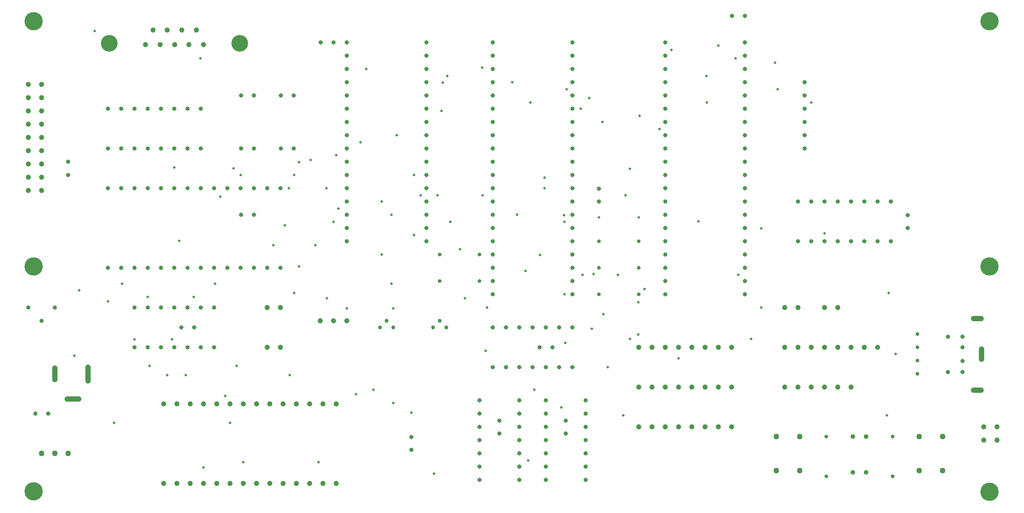
<source format=gbr>
%TF.GenerationSoftware,Novarm,DipTrace,4.3.0.4*%
%TF.CreationDate,2023-04-03T14:29:15+01:00*%
%FSLAX26Y26*%
%MOIN*%
%TF.FileFunction,Plated,1,2,PTH,Drill*%
%TF.Part,Single*%
%TA.AperFunction,ViaDrill*%
%ADD42C,0.019121*%
%TA.AperFunction,ComponentDrill*%
%ADD43C,0.031496*%
%ADD44C,0.03937*%
%ADD45C,0.043307*%
%ADD46C,0.029528*%
%ADD47C,0.027559*%
%ADD48C,0.125984*%
%ADD49C,0.137795*%
%ADD50C,0.035433*%
G75*
G01*
D43*
X2012598Y3125000D3*
X2111024D3*
X1511024Y1525000D3*
X1411024D3*
X1311024D3*
X1211024D3*
X1111024D3*
X1011024D3*
X911024D3*
Y1225000D3*
X1011024D3*
X1111024D3*
X1211024D3*
X1311024D3*
X1411024D3*
X1511024D3*
X2511024Y3525000D3*
Y3425000D3*
Y3325000D3*
Y3225000D3*
Y3125000D3*
Y3025000D3*
Y2925000D3*
Y2825000D3*
Y2725000D3*
Y2625000D3*
Y2525000D3*
Y2425000D3*
Y2325000D3*
Y2225000D3*
Y2125000D3*
Y2025000D3*
X3111024D3*
Y2125000D3*
Y2225000D3*
Y2325000D3*
Y2425000D3*
Y2525000D3*
Y2625000D3*
Y2725000D3*
Y2825000D3*
Y2925000D3*
Y3025000D3*
Y3125000D3*
Y3225000D3*
Y3325000D3*
Y3425000D3*
Y3525000D3*
X5511024Y1625000D3*
Y1725000D3*
Y1825000D3*
Y1925000D3*
Y2025000D3*
Y2125000D3*
Y2225000D3*
Y2325000D3*
Y2425000D3*
Y2525000D3*
Y2625000D3*
Y2725000D3*
Y2825000D3*
Y2925000D3*
Y3025000D3*
Y3125000D3*
Y3225000D3*
Y3325000D3*
Y3425000D3*
Y3525000D3*
X4911024D3*
Y3425000D3*
Y3325000D3*
Y3225000D3*
Y3125000D3*
Y3025000D3*
Y2925000D3*
Y2825000D3*
Y2725000D3*
Y2625000D3*
Y2525000D3*
Y2425000D3*
Y2325000D3*
Y2225000D3*
Y2125000D3*
Y2025000D3*
Y1925000D3*
Y1825000D3*
Y1725000D3*
Y1625000D3*
D44*
X4711024Y1225000D3*
X4811024D3*
X4911024D3*
X5011024D3*
X5111024D3*
X5211024D3*
X5311024D3*
X5411024D3*
D45*
X6822441Y297047D3*
Y552953D3*
X6999606Y297047D3*
Y552953D3*
D43*
X3661024Y674213D3*
Y575787D3*
D44*
X7411024Y525000D3*
X7311024D3*
X7411024Y625000D3*
X7311024D3*
D46*
X3161024Y1375000D3*
X3211024Y1425000D3*
X3261024Y1375000D3*
D43*
X6735433Y2125394D3*
Y2223819D3*
X5961024Y3225000D3*
Y3125000D3*
Y3025000D3*
Y2925000D3*
Y2825000D3*
Y2725000D3*
D44*
X5811024Y925000D3*
X5911024D3*
X6011024D3*
X6111024D3*
X6211024D3*
X6311024D3*
X4711024Y625000D3*
X4811024D3*
X4911024D3*
X5011024D3*
X5111024D3*
X5211024D3*
X5311024D3*
X5411024D3*
D43*
X4011024Y825000D3*
Y725000D3*
Y625000D3*
Y525000D3*
Y425000D3*
Y325000D3*
Y225000D3*
X4311024D3*
Y325000D3*
Y425000D3*
Y525000D3*
Y625000D3*
Y725000D3*
Y825000D3*
X4211024Y1625000D3*
Y1725000D3*
Y1825000D3*
Y1925000D3*
Y2025000D3*
Y2125000D3*
Y2225000D3*
Y2325000D3*
Y2425000D3*
Y2525000D3*
Y2625000D3*
Y2725000D3*
Y2825000D3*
Y2925000D3*
Y3025000D3*
Y3125000D3*
Y3225000D3*
Y3325000D3*
Y3425000D3*
Y3525000D3*
X3611024D3*
Y3425000D3*
Y3325000D3*
Y3225000D3*
Y3125000D3*
Y3025000D3*
Y2925000D3*
Y2825000D3*
Y2725000D3*
Y2625000D3*
Y2525000D3*
Y2425000D3*
Y2325000D3*
Y2225000D3*
Y2125000D3*
Y2025000D3*
Y1925000D3*
Y1825000D3*
Y1725000D3*
Y1625000D3*
D47*
X3211024Y1925000D3*
X3511024D3*
D44*
X6111024Y1525000D3*
X6211024D3*
D43*
X2411024Y3525000D3*
X2312598D3*
D47*
X6622441Y552953D3*
Y252953D3*
X6811024Y1025000D3*
Y1125000D3*
D44*
X2430217Y800000D3*
X2330217D3*
X2230217D3*
X2130217D3*
X2030217D3*
X1930217D3*
X1830217D3*
X1730217D3*
X1630217D3*
X1530217D3*
X1430217D3*
X1330217D3*
X1230217D3*
X1130217D3*
Y200000D3*
X1230217D3*
X1330217D3*
X1430217D3*
X1530217D3*
X1630217D3*
X1730217D3*
X1830217D3*
X1930217D3*
X2030217D3*
X2130217D3*
X2230217D3*
X2330217D3*
X2430217D3*
D43*
X411024Y2625000D3*
Y2526575D3*
D48*
X1703543Y3520066D3*
X719291D3*
D44*
X1429528Y3508255D3*
X1320472D3*
X1211417D3*
X1102362D3*
X993307D3*
X1375000Y3620066D3*
X1265945D3*
X1156890D3*
X1047835D3*
D43*
X3611024Y1075394D3*
X3711024D3*
X3811024D3*
X3911024D3*
X4011024D3*
X4111024D3*
X4211024D3*
Y1375394D3*
X4111024D3*
X4011024D3*
X3911024D3*
X3811024D3*
X3711024D3*
X3611024D3*
X7148819Y1225000D3*
Y1122638D3*
Y1307677D3*
Y1039961D3*
X7038583Y1307677D3*
Y1039961D3*
X7290551Y904134D2*
D44*
X7231496D1*
X7292520Y1213189D2*
Y1134449D1*
X7290551Y1443504D2*
X7231496D1*
D43*
X2012598Y2725000D3*
X2111024D3*
D44*
X2311024Y1425000D3*
X2411024D3*
X2511024D3*
D47*
X6811024Y1325000D3*
Y1225000D3*
D45*
X5745276Y297047D3*
Y552953D3*
X5922441Y297047D3*
Y552953D3*
D43*
X4161024Y674213D3*
Y575787D3*
X1712598Y2225000D3*
X1811024D3*
D44*
X4711024Y925000D3*
X4811024D3*
X4911024D3*
X5011024D3*
X5111024D3*
X5211024D3*
X5311024D3*
X5411024D3*
D43*
X1262598Y1375000D3*
X1361024D3*
X3511024Y825000D3*
Y725000D3*
Y625000D3*
Y525000D3*
Y425000D3*
Y325000D3*
Y225000D3*
X3811024D3*
Y325000D3*
Y425000D3*
Y525000D3*
Y625000D3*
Y725000D3*
Y825000D3*
X559055Y973819D2*
D44*
Y1076181D1*
X311024Y981693D2*
Y1068307D1*
X401575Y836024D2*
X488189D1*
D43*
X1712598Y2725000D3*
X1811024D3*
D45*
X211024Y425000D3*
X311024D3*
X411024D3*
D43*
X1712598Y3125000D3*
X1811024D3*
D44*
X1911024Y1525000D3*
X2011024D3*
D49*
X148819Y139173D3*
D44*
X5811024Y1525000D3*
X5911024D3*
D47*
X6122441Y252953D3*
Y552953D3*
D44*
X1911024Y1225000D3*
X2011024D3*
D47*
X4711024Y1625000D3*
X4411024D3*
X4711024Y1825000D3*
X4411024D3*
D43*
X162598Y725000D3*
X261024D3*
X2995965Y550000D3*
Y451575D3*
X5911024Y2025000D3*
X6011024D3*
X6111024D3*
X6211024D3*
X6311024D3*
X6411024D3*
X6511024D3*
X6611024D3*
Y2325000D3*
X6511024D3*
X6411024D3*
X6311024D3*
X6211024D3*
X6111024D3*
X6011024D3*
X5911024D3*
D49*
X148819Y3687205D3*
Y1836811D3*
X7353543Y3687205D3*
Y1836811D3*
D44*
X109449Y3210827D3*
X209449D3*
X109449Y3110827D3*
X209449D3*
X109449Y3010827D3*
X209449D3*
X109449Y2910827D3*
X209449D3*
X109449Y2810827D3*
X209449D3*
X109449Y2710827D3*
X209449D3*
X109449Y2610827D3*
X209449D3*
X109449Y2510827D3*
X209449D3*
X109449Y2410827D3*
X209449D3*
D50*
X6322441Y282677D3*
X6422441D3*
X6322441Y552953D3*
X6422441D3*
D43*
X311024Y1525000D3*
X211024Y1425000D3*
X111024Y1525000D3*
D49*
X7353543Y137205D3*
D43*
X2011024Y2425000D3*
X1911024D3*
X1811024D3*
X1711024D3*
X1611024D3*
X1511024D3*
X1411024D3*
X1311024D3*
X1211024D3*
X1111024D3*
X1011024D3*
X911024D3*
X811024D3*
X711024D3*
Y1825000D3*
X811024D3*
X911024D3*
X1011024D3*
X1111024D3*
X1211024D3*
X1311024D3*
X1411024D3*
X1511024D3*
X1611024D3*
X1711024D3*
X1811024D3*
X1911024D3*
X2011024D3*
D46*
X2761024Y1375000D3*
X2811024Y1425000D3*
X2861024Y1375000D3*
D43*
X5511024Y3725000D3*
X5412598D3*
D47*
X4711024Y2025000D3*
X4411024D3*
X3211024Y1725000D3*
X3511024D3*
D43*
X1411024Y3025000D3*
X1311024D3*
X1211024D3*
X1111024D3*
X1011024D3*
X911024D3*
X811024D3*
X711024D3*
Y2725000D3*
X811024D3*
X911024D3*
X1011024D3*
X1111024D3*
X1211024D3*
X1311024D3*
X1411024D3*
X4411024Y2325000D3*
Y2423425D3*
X4059646Y1225394D3*
X3961220D3*
D44*
X5811024Y1225000D3*
X5911024D3*
X6011024D3*
X6111024D3*
X6211024D3*
X6311024D3*
X6411024D3*
X6511024D3*
D42*
X3876969Y371261D3*
X711024Y1571261D3*
X5223693Y3071261D3*
X4411024Y2206025D3*
X4711024D3*
X1557284Y2362796D3*
X4553894Y1771261D3*
X3999528Y2506025D3*
Y2425001D3*
X2295453Y357788D3*
X1730217D3*
X5735709Y3371261D3*
X2886299Y2825001D3*
X3231421Y3221414D3*
X3565079Y1525316D3*
X3530000Y3336497D3*
X2654799Y3325001D3*
X3757288Y3224997D3*
X757284Y655395D3*
X1630217D3*
X3288110Y2171261D3*
X3014882Y2525001D3*
X4368701Y1778741D3*
X4145083Y2221103D3*
X1657284Y2575552D3*
X5011020Y1142005D3*
X4706103Y1323072D3*
Y1564682D3*
X4753347Y1665591D3*
X2613701Y2771261D3*
X4867650Y2871261D3*
X4436740Y2925001D3*
X2430000Y2675154D3*
X4716669Y2971261D3*
X4272362Y3025001D3*
X2237717Y2640391D3*
X2578937Y871261D3*
X5755394Y3171261D3*
X4167650D3*
X3266185Y3271257D3*
X4337484Y3106025D3*
X3893626Y3071261D3*
X3223925Y3009922D3*
X2078977Y1016930D3*
X6111024Y2086340D3*
X2410744Y2171261D3*
X1357284Y1606025D3*
X1011024D3*
X4608343Y2371261D3*
X1297362Y1016930D3*
X1157284D3*
X4643106Y1288308D3*
Y2571261D3*
X2445508Y2271261D3*
X3067650Y2371261D3*
X3192051D3*
X3533929D3*
X816717Y1706025D3*
X2845788Y2224997D3*
Y1706025D3*
X1515945D3*
X1592043Y858190D3*
X1430217Y318414D3*
X2771662Y2324997D3*
Y1925710D3*
X1680543Y1086458D3*
X1022520D3*
X2044213Y2145395D3*
X2356295Y2425001D3*
X2072362D3*
X1407126Y3406875D3*
X2861024Y805741D3*
X2995965Y731178D3*
X2861024Y1519804D3*
X2511024D3*
X4476969Y1075395D3*
X6646268Y1176773D3*
X6594016Y1636847D3*
X457284Y1163662D3*
X610713Y3613572D3*
X4957284Y3468375D3*
X492047Y1655867D3*
X3364418Y1967324D3*
X3014882Y2071261D3*
X1245788Y2030001D3*
X5309614Y3503139D3*
X2148504Y1836497D3*
Y2624288D3*
X5439606Y3406025D3*
X1192047Y1286340D3*
X911024D3*
X1211024Y2581095D3*
X4126260Y771261D3*
X4157288Y1260158D3*
X5557284Y1288308D3*
X5631418Y2121103D3*
X6578937Y712599D3*
X4591811D3*
X3857288Y1803662D3*
X3792051Y2225001D3*
X3557284Y1198426D3*
X6009252Y3073229D3*
X5219268Y3273229D3*
X5459252Y1771261D3*
X5631418Y1525001D3*
X4442205Y1475469D3*
X4286024Y1771261D3*
X4354638Y1367048D3*
X3165114Y271261D3*
X4149685Y1624997D3*
Y2171261D3*
X5159252Y2174836D3*
X2113740Y1634528D3*
Y2525710D3*
X1711024D3*
X2709248Y906025D3*
X3923441D3*
X3964764Y1923513D3*
X1957284Y1995237D3*
X2272481D3*
X3399177Y1594843D3*
X2359252D3*
M02*

</source>
